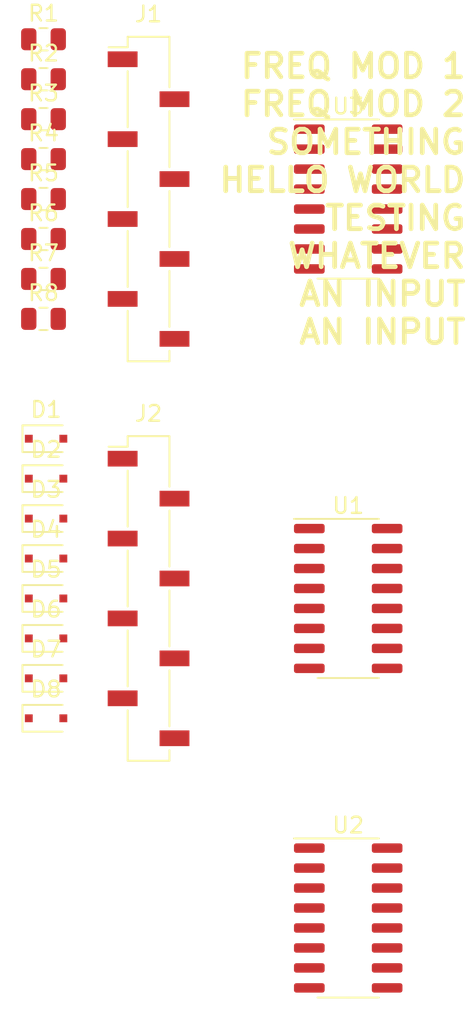
<source format=kicad_pcb>
(kicad_pcb (version 20171130) (host pcbnew "(5.1.6)-1")

  (general
    (thickness 1.6)
    (drawings 1)
    (tracks 0)
    (zones 0)
    (modules 21)
    (nets 97)
  )

  (page A4)
  (layers
    (0 F.Cu signal)
    (31 B.Cu signal)
    (32 B.Adhes user)
    (33 F.Adhes user)
    (34 B.Paste user)
    (35 F.Paste user)
    (36 B.SilkS user)
    (37 F.SilkS user)
    (38 B.Mask user)
    (39 F.Mask user)
    (40 Dwgs.User user)
    (41 Cmts.User user)
    (42 Eco1.User user)
    (43 Eco2.User user)
    (44 Edge.Cuts user)
    (45 Margin user)
    (46 B.CrtYd user)
    (47 F.CrtYd user)
    (48 B.Fab user)
    (49 F.Fab user)
  )

  (setup
    (last_trace_width 0.25)
    (trace_clearance 0.2)
    (zone_clearance 0.508)
    (zone_45_only no)
    (trace_min 0.2)
    (via_size 0.8)
    (via_drill 0.4)
    (via_min_size 0.4)
    (via_min_drill 0.3)
    (uvia_size 0.3)
    (uvia_drill 0.1)
    (uvias_allowed no)
    (uvia_min_size 0.2)
    (uvia_min_drill 0.1)
    (edge_width 0.05)
    (segment_width 0.2)
    (pcb_text_width 0.3)
    (pcb_text_size 1.5 1.5)
    (mod_edge_width 0.12)
    (mod_text_size 1 1)
    (mod_text_width 0.15)
    (pad_size 1.524 1.524)
    (pad_drill 0.762)
    (pad_to_mask_clearance 0.05)
    (aux_axis_origin 0 0)
    (visible_elements FFFFFF7F)
    (pcbplotparams
      (layerselection 0x010fc_ffffffff)
      (usegerberextensions false)
      (usegerberattributes true)
      (usegerberadvancedattributes true)
      (creategerberjobfile true)
      (excludeedgelayer true)
      (linewidth 0.100000)
      (plotframeref false)
      (viasonmask false)
      (mode 1)
      (useauxorigin false)
      (hpglpennumber 1)
      (hpglpenspeed 20)
      (hpglpendiameter 15.000000)
      (psnegative false)
      (psa4output false)
      (plotreference true)
      (plotvalue true)
      (plotinvisibletext false)
      (padsonsilk false)
      (subtractmaskfromsilk false)
      (outputformat 1)
      (mirror false)
      (drillshape 1)
      (scaleselection 1)
      (outputdirectory ""))
  )

  (net 0 "")
  (net 1 "Net-(D1-Pad2)")
  (net 2 "Net-(D1-Pad1)")
  (net 3 "Net-(D2-Pad2)")
  (net 4 "Net-(D2-Pad1)")
  (net 5 "Net-(D3-Pad2)")
  (net 6 "Net-(D3-Pad1)")
  (net 7 "Net-(D4-Pad2)")
  (net 8 "Net-(D4-Pad1)")
  (net 9 "Net-(D5-Pad2)")
  (net 10 "Net-(D5-Pad1)")
  (net 11 "Net-(D6-Pad2)")
  (net 12 "Net-(D6-Pad1)")
  (net 13 "Net-(D7-Pad2)")
  (net 14 "Net-(D7-Pad1)")
  (net 15 "Net-(D8-Pad2)")
  (net 16 "Net-(D8-Pad1)")
  (net 17 "Net-(J1-Pad8)")
  (net 18 "Net-(J1-Pad6)")
  (net 19 "Net-(J1-Pad4)")
  (net 20 "Net-(J1-Pad2)")
  (net 21 "Net-(J1-Pad7)")
  (net 22 "Net-(J1-Pad5)")
  (net 23 "Net-(J1-Pad3)")
  (net 24 "Net-(J1-Pad1)")
  (net 25 "Net-(J2-Pad8)")
  (net 26 "Net-(J2-Pad6)")
  (net 27 "Net-(J2-Pad4)")
  (net 28 "Net-(J2-Pad2)")
  (net 29 "Net-(J2-Pad7)")
  (net 30 "Net-(J2-Pad5)")
  (net 31 "Net-(J2-Pad3)")
  (net 32 "Net-(J2-Pad1)")
  (net 33 "Net-(R1-Pad2)")
  (net 34 "Net-(R1-Pad1)")
  (net 35 "Net-(R2-Pad2)")
  (net 36 "Net-(R2-Pad1)")
  (net 37 "Net-(R3-Pad2)")
  (net 38 "Net-(R3-Pad1)")
  (net 39 "Net-(R4-Pad2)")
  (net 40 "Net-(R4-Pad1)")
  (net 41 "Net-(R5-Pad2)")
  (net 42 "Net-(R5-Pad1)")
  (net 43 "Net-(R6-Pad2)")
  (net 44 "Net-(R6-Pad1)")
  (net 45 "Net-(R7-Pad2)")
  (net 46 "Net-(R7-Pad1)")
  (net 47 "Net-(R8-Pad2)")
  (net 48 "Net-(R8-Pad1)")
  (net 49 "Net-(U1-Pad16)")
  (net 50 "Net-(U1-Pad15)")
  (net 51 "Net-(U1-Pad14)")
  (net 52 "Net-(U1-Pad13)")
  (net 53 "Net-(U1-Pad12)")
  (net 54 "Net-(U1-Pad11)")
  (net 55 "Net-(U1-Pad10)")
  (net 56 "Net-(U1-Pad9)")
  (net 57 "Net-(U1-Pad8)")
  (net 58 "Net-(U1-Pad7)")
  (net 59 "Net-(U1-Pad6)")
  (net 60 "Net-(U1-Pad5)")
  (net 61 "Net-(U1-Pad4)")
  (net 62 "Net-(U1-Pad3)")
  (net 63 "Net-(U1-Pad2)")
  (net 64 "Net-(U1-Pad1)")
  (net 65 "Net-(U2-Pad16)")
  (net 66 "Net-(U2-Pad15)")
  (net 67 "Net-(U2-Pad14)")
  (net 68 "Net-(U2-Pad13)")
  (net 69 "Net-(U2-Pad12)")
  (net 70 "Net-(U2-Pad11)")
  (net 71 "Net-(U2-Pad10)")
  (net 72 "Net-(U2-Pad9)")
  (net 73 "Net-(U2-Pad8)")
  (net 74 "Net-(U2-Pad7)")
  (net 75 "Net-(U2-Pad6)")
  (net 76 "Net-(U2-Pad5)")
  (net 77 "Net-(U2-Pad4)")
  (net 78 "Net-(U2-Pad3)")
  (net 79 "Net-(U2-Pad2)")
  (net 80 "Net-(U2-Pad1)")
  (net 81 "Net-(U3-Pad16)")
  (net 82 "Net-(U3-Pad15)")
  (net 83 "Net-(U3-Pad14)")
  (net 84 "Net-(U3-Pad13)")
  (net 85 "Net-(U3-Pad12)")
  (net 86 "Net-(U3-Pad11)")
  (net 87 "Net-(U3-Pad10)")
  (net 88 "Net-(U3-Pad9)")
  (net 89 "Net-(U3-Pad8)")
  (net 90 "Net-(U3-Pad7)")
  (net 91 "Net-(U3-Pad6)")
  (net 92 "Net-(U3-Pad5)")
  (net 93 "Net-(U3-Pad4)")
  (net 94 "Net-(U3-Pad3)")
  (net 95 "Net-(U3-Pad2)")
  (net 96 "Net-(U3-Pad1)")

  (net_class Default "This is the default net class."
    (clearance 0.2)
    (trace_width 0.25)
    (via_dia 0.8)
    (via_drill 0.4)
    (uvia_dia 0.3)
    (uvia_drill 0.1)
    (add_net "Net-(D1-Pad1)")
    (add_net "Net-(D1-Pad2)")
    (add_net "Net-(D2-Pad1)")
    (add_net "Net-(D2-Pad2)")
    (add_net "Net-(D3-Pad1)")
    (add_net "Net-(D3-Pad2)")
    (add_net "Net-(D4-Pad1)")
    (add_net "Net-(D4-Pad2)")
    (add_net "Net-(D5-Pad1)")
    (add_net "Net-(D5-Pad2)")
    (add_net "Net-(D6-Pad1)")
    (add_net "Net-(D6-Pad2)")
    (add_net "Net-(D7-Pad1)")
    (add_net "Net-(D7-Pad2)")
    (add_net "Net-(D8-Pad1)")
    (add_net "Net-(D8-Pad2)")
    (add_net "Net-(J1-Pad1)")
    (add_net "Net-(J1-Pad2)")
    (add_net "Net-(J1-Pad3)")
    (add_net "Net-(J1-Pad4)")
    (add_net "Net-(J1-Pad5)")
    (add_net "Net-(J1-Pad6)")
    (add_net "Net-(J1-Pad7)")
    (add_net "Net-(J1-Pad8)")
    (add_net "Net-(J2-Pad1)")
    (add_net "Net-(J2-Pad2)")
    (add_net "Net-(J2-Pad3)")
    (add_net "Net-(J2-Pad4)")
    (add_net "Net-(J2-Pad5)")
    (add_net "Net-(J2-Pad6)")
    (add_net "Net-(J2-Pad7)")
    (add_net "Net-(J2-Pad8)")
    (add_net "Net-(R1-Pad1)")
    (add_net "Net-(R1-Pad2)")
    (add_net "Net-(R2-Pad1)")
    (add_net "Net-(R2-Pad2)")
    (add_net "Net-(R3-Pad1)")
    (add_net "Net-(R3-Pad2)")
    (add_net "Net-(R4-Pad1)")
    (add_net "Net-(R4-Pad2)")
    (add_net "Net-(R5-Pad1)")
    (add_net "Net-(R5-Pad2)")
    (add_net "Net-(R6-Pad1)")
    (add_net "Net-(R6-Pad2)")
    (add_net "Net-(R7-Pad1)")
    (add_net "Net-(R7-Pad2)")
    (add_net "Net-(R8-Pad1)")
    (add_net "Net-(R8-Pad2)")
    (add_net "Net-(U1-Pad1)")
    (add_net "Net-(U1-Pad10)")
    (add_net "Net-(U1-Pad11)")
    (add_net "Net-(U1-Pad12)")
    (add_net "Net-(U1-Pad13)")
    (add_net "Net-(U1-Pad14)")
    (add_net "Net-(U1-Pad15)")
    (add_net "Net-(U1-Pad16)")
    (add_net "Net-(U1-Pad2)")
    (add_net "Net-(U1-Pad3)")
    (add_net "Net-(U1-Pad4)")
    (add_net "Net-(U1-Pad5)")
    (add_net "Net-(U1-Pad6)")
    (add_net "Net-(U1-Pad7)")
    (add_net "Net-(U1-Pad8)")
    (add_net "Net-(U1-Pad9)")
    (add_net "Net-(U2-Pad1)")
    (add_net "Net-(U2-Pad10)")
    (add_net "Net-(U2-Pad11)")
    (add_net "Net-(U2-Pad12)")
    (add_net "Net-(U2-Pad13)")
    (add_net "Net-(U2-Pad14)")
    (add_net "Net-(U2-Pad15)")
    (add_net "Net-(U2-Pad16)")
    (add_net "Net-(U2-Pad2)")
    (add_net "Net-(U2-Pad3)")
    (add_net "Net-(U2-Pad4)")
    (add_net "Net-(U2-Pad5)")
    (add_net "Net-(U2-Pad6)")
    (add_net "Net-(U2-Pad7)")
    (add_net "Net-(U2-Pad8)")
    (add_net "Net-(U2-Pad9)")
    (add_net "Net-(U3-Pad1)")
    (add_net "Net-(U3-Pad10)")
    (add_net "Net-(U3-Pad11)")
    (add_net "Net-(U3-Pad12)")
    (add_net "Net-(U3-Pad13)")
    (add_net "Net-(U3-Pad14)")
    (add_net "Net-(U3-Pad15)")
    (add_net "Net-(U3-Pad16)")
    (add_net "Net-(U3-Pad2)")
    (add_net "Net-(U3-Pad3)")
    (add_net "Net-(U3-Pad4)")
    (add_net "Net-(U3-Pad5)")
    (add_net "Net-(U3-Pad6)")
    (add_net "Net-(U3-Pad7)")
    (add_net "Net-(U3-Pad8)")
    (add_net "Net-(U3-Pad9)")
  )

  (module Package_SO:SOIC-16_3.9x9.9mm_P1.27mm (layer F.Cu) (tedit 5D9F72B1) (tstamp 6182FFA8)
    (at 45.72 99.06)
    (descr "SOIC, 16 Pin (JEDEC MS-012AC, https://www.analog.com/media/en/package-pcb-resources/package/pkg_pdf/soic_narrow-r/r_16.pdf), generated with kicad-footprint-generator ipc_gullwing_generator.py")
    (tags "SOIC SO")
    (path /6182E9A2)
    (attr smd)
    (fp_text reference U3 (at 0 -5.9) (layer F.SilkS)
      (effects (font (size 1 1) (thickness 0.15)))
    )
    (fp_text value 74LS165 (at 0 5.9) (layer F.Fab)
      (effects (font (size 1 1) (thickness 0.15)))
    )
    (fp_text user %R (at 0 0) (layer F.Fab)
      (effects (font (size 0.98 0.98) (thickness 0.15)))
    )
    (fp_line (start 0 5.06) (end 1.95 5.06) (layer F.SilkS) (width 0.12))
    (fp_line (start 0 5.06) (end -1.95 5.06) (layer F.SilkS) (width 0.12))
    (fp_line (start 0 -5.06) (end 1.95 -5.06) (layer F.SilkS) (width 0.12))
    (fp_line (start 0 -5.06) (end -3.45 -5.06) (layer F.SilkS) (width 0.12))
    (fp_line (start -0.975 -4.95) (end 1.95 -4.95) (layer F.Fab) (width 0.1))
    (fp_line (start 1.95 -4.95) (end 1.95 4.95) (layer F.Fab) (width 0.1))
    (fp_line (start 1.95 4.95) (end -1.95 4.95) (layer F.Fab) (width 0.1))
    (fp_line (start -1.95 4.95) (end -1.95 -3.975) (layer F.Fab) (width 0.1))
    (fp_line (start -1.95 -3.975) (end -0.975 -4.95) (layer F.Fab) (width 0.1))
    (fp_line (start -3.7 -5.2) (end -3.7 5.2) (layer F.CrtYd) (width 0.05))
    (fp_line (start -3.7 5.2) (end 3.7 5.2) (layer F.CrtYd) (width 0.05))
    (fp_line (start 3.7 5.2) (end 3.7 -5.2) (layer F.CrtYd) (width 0.05))
    (fp_line (start 3.7 -5.2) (end -3.7 -5.2) (layer F.CrtYd) (width 0.05))
    (pad 16 smd roundrect (at 2.475 -4.445) (size 1.95 0.6) (layers F.Cu F.Paste F.Mask) (roundrect_rratio 0.25)
      (net 81 "Net-(U3-Pad16)"))
    (pad 15 smd roundrect (at 2.475 -3.175) (size 1.95 0.6) (layers F.Cu F.Paste F.Mask) (roundrect_rratio 0.25)
      (net 82 "Net-(U3-Pad15)"))
    (pad 14 smd roundrect (at 2.475 -1.905) (size 1.95 0.6) (layers F.Cu F.Paste F.Mask) (roundrect_rratio 0.25)
      (net 83 "Net-(U3-Pad14)"))
    (pad 13 smd roundrect (at 2.475 -0.635) (size 1.95 0.6) (layers F.Cu F.Paste F.Mask) (roundrect_rratio 0.25)
      (net 84 "Net-(U3-Pad13)"))
    (pad 12 smd roundrect (at 2.475 0.635) (size 1.95 0.6) (layers F.Cu F.Paste F.Mask) (roundrect_rratio 0.25)
      (net 85 "Net-(U3-Pad12)"))
    (pad 11 smd roundrect (at 2.475 1.905) (size 1.95 0.6) (layers F.Cu F.Paste F.Mask) (roundrect_rratio 0.25)
      (net 86 "Net-(U3-Pad11)"))
    (pad 10 smd roundrect (at 2.475 3.175) (size 1.95 0.6) (layers F.Cu F.Paste F.Mask) (roundrect_rratio 0.25)
      (net 87 "Net-(U3-Pad10)"))
    (pad 9 smd roundrect (at 2.475 4.445) (size 1.95 0.6) (layers F.Cu F.Paste F.Mask) (roundrect_rratio 0.25)
      (net 88 "Net-(U3-Pad9)"))
    (pad 8 smd roundrect (at -2.475 4.445) (size 1.95 0.6) (layers F.Cu F.Paste F.Mask) (roundrect_rratio 0.25)
      (net 89 "Net-(U3-Pad8)"))
    (pad 7 smd roundrect (at -2.475 3.175) (size 1.95 0.6) (layers F.Cu F.Paste F.Mask) (roundrect_rratio 0.25)
      (net 90 "Net-(U3-Pad7)"))
    (pad 6 smd roundrect (at -2.475 1.905) (size 1.95 0.6) (layers F.Cu F.Paste F.Mask) (roundrect_rratio 0.25)
      (net 91 "Net-(U3-Pad6)"))
    (pad 5 smd roundrect (at -2.475 0.635) (size 1.95 0.6) (layers F.Cu F.Paste F.Mask) (roundrect_rratio 0.25)
      (net 92 "Net-(U3-Pad5)"))
    (pad 4 smd roundrect (at -2.475 -0.635) (size 1.95 0.6) (layers F.Cu F.Paste F.Mask) (roundrect_rratio 0.25)
      (net 93 "Net-(U3-Pad4)"))
    (pad 3 smd roundrect (at -2.475 -1.905) (size 1.95 0.6) (layers F.Cu F.Paste F.Mask) (roundrect_rratio 0.25)
      (net 94 "Net-(U3-Pad3)"))
    (pad 2 smd roundrect (at -2.475 -3.175) (size 1.95 0.6) (layers F.Cu F.Paste F.Mask) (roundrect_rratio 0.25)
      (net 95 "Net-(U3-Pad2)"))
    (pad 1 smd roundrect (at -2.475 -4.445) (size 1.95 0.6) (layers F.Cu F.Paste F.Mask) (roundrect_rratio 0.25)
      (net 96 "Net-(U3-Pad1)"))
    (model ${KISYS3DMOD}/Package_SO.3dshapes/SOIC-16_3.9x9.9mm_P1.27mm.wrl
      (at (xyz 0 0 0))
      (scale (xyz 1 1 1))
      (rotate (xyz 0 0 0))
    )
  )

  (module Package_SO:SOIC-16_3.9x9.9mm_P1.27mm (layer F.Cu) (tedit 5D9F72B1) (tstamp 6182FF86)
    (at 45.72 144.78)
    (descr "SOIC, 16 Pin (JEDEC MS-012AC, https://www.analog.com/media/en/package-pcb-resources/package/pkg_pdf/soic_narrow-r/r_16.pdf), generated with kicad-footprint-generator ipc_gullwing_generator.py")
    (tags "SOIC SO")
    (path /61836F5D)
    (attr smd)
    (fp_text reference U2 (at 0 -5.9) (layer F.SilkS)
      (effects (font (size 1 1) (thickness 0.15)))
    )
    (fp_text value 4051 (at 0 5.9) (layer F.Fab)
      (effects (font (size 1 1) (thickness 0.15)))
    )
    (fp_text user %R (at 0 0) (layer F.Fab)
      (effects (font (size 0.98 0.98) (thickness 0.15)))
    )
    (fp_line (start 0 5.06) (end 1.95 5.06) (layer F.SilkS) (width 0.12))
    (fp_line (start 0 5.06) (end -1.95 5.06) (layer F.SilkS) (width 0.12))
    (fp_line (start 0 -5.06) (end 1.95 -5.06) (layer F.SilkS) (width 0.12))
    (fp_line (start 0 -5.06) (end -3.45 -5.06) (layer F.SilkS) (width 0.12))
    (fp_line (start -0.975 -4.95) (end 1.95 -4.95) (layer F.Fab) (width 0.1))
    (fp_line (start 1.95 -4.95) (end 1.95 4.95) (layer F.Fab) (width 0.1))
    (fp_line (start 1.95 4.95) (end -1.95 4.95) (layer F.Fab) (width 0.1))
    (fp_line (start -1.95 4.95) (end -1.95 -3.975) (layer F.Fab) (width 0.1))
    (fp_line (start -1.95 -3.975) (end -0.975 -4.95) (layer F.Fab) (width 0.1))
    (fp_line (start -3.7 -5.2) (end -3.7 5.2) (layer F.CrtYd) (width 0.05))
    (fp_line (start -3.7 5.2) (end 3.7 5.2) (layer F.CrtYd) (width 0.05))
    (fp_line (start 3.7 5.2) (end 3.7 -5.2) (layer F.CrtYd) (width 0.05))
    (fp_line (start 3.7 -5.2) (end -3.7 -5.2) (layer F.CrtYd) (width 0.05))
    (pad 16 smd roundrect (at 2.475 -4.445) (size 1.95 0.6) (layers F.Cu F.Paste F.Mask) (roundrect_rratio 0.25)
      (net 65 "Net-(U2-Pad16)"))
    (pad 15 smd roundrect (at 2.475 -3.175) (size 1.95 0.6) (layers F.Cu F.Paste F.Mask) (roundrect_rratio 0.25)
      (net 66 "Net-(U2-Pad15)"))
    (pad 14 smd roundrect (at 2.475 -1.905) (size 1.95 0.6) (layers F.Cu F.Paste F.Mask) (roundrect_rratio 0.25)
      (net 67 "Net-(U2-Pad14)"))
    (pad 13 smd roundrect (at 2.475 -0.635) (size 1.95 0.6) (layers F.Cu F.Paste F.Mask) (roundrect_rratio 0.25)
      (net 68 "Net-(U2-Pad13)"))
    (pad 12 smd roundrect (at 2.475 0.635) (size 1.95 0.6) (layers F.Cu F.Paste F.Mask) (roundrect_rratio 0.25)
      (net 69 "Net-(U2-Pad12)"))
    (pad 11 smd roundrect (at 2.475 1.905) (size 1.95 0.6) (layers F.Cu F.Paste F.Mask) (roundrect_rratio 0.25)
      (net 70 "Net-(U2-Pad11)"))
    (pad 10 smd roundrect (at 2.475 3.175) (size 1.95 0.6) (layers F.Cu F.Paste F.Mask) (roundrect_rratio 0.25)
      (net 71 "Net-(U2-Pad10)"))
    (pad 9 smd roundrect (at 2.475 4.445) (size 1.95 0.6) (layers F.Cu F.Paste F.Mask) (roundrect_rratio 0.25)
      (net 72 "Net-(U2-Pad9)"))
    (pad 8 smd roundrect (at -2.475 4.445) (size 1.95 0.6) (layers F.Cu F.Paste F.Mask) (roundrect_rratio 0.25)
      (net 73 "Net-(U2-Pad8)"))
    (pad 7 smd roundrect (at -2.475 3.175) (size 1.95 0.6) (layers F.Cu F.Paste F.Mask) (roundrect_rratio 0.25)
      (net 74 "Net-(U2-Pad7)"))
    (pad 6 smd roundrect (at -2.475 1.905) (size 1.95 0.6) (layers F.Cu F.Paste F.Mask) (roundrect_rratio 0.25)
      (net 75 "Net-(U2-Pad6)"))
    (pad 5 smd roundrect (at -2.475 0.635) (size 1.95 0.6) (layers F.Cu F.Paste F.Mask) (roundrect_rratio 0.25)
      (net 76 "Net-(U2-Pad5)"))
    (pad 4 smd roundrect (at -2.475 -0.635) (size 1.95 0.6) (layers F.Cu F.Paste F.Mask) (roundrect_rratio 0.25)
      (net 77 "Net-(U2-Pad4)"))
    (pad 3 smd roundrect (at -2.475 -1.905) (size 1.95 0.6) (layers F.Cu F.Paste F.Mask) (roundrect_rratio 0.25)
      (net 78 "Net-(U2-Pad3)"))
    (pad 2 smd roundrect (at -2.475 -3.175) (size 1.95 0.6) (layers F.Cu F.Paste F.Mask) (roundrect_rratio 0.25)
      (net 79 "Net-(U2-Pad2)"))
    (pad 1 smd roundrect (at -2.475 -4.445) (size 1.95 0.6) (layers F.Cu F.Paste F.Mask) (roundrect_rratio 0.25)
      (net 80 "Net-(U2-Pad1)"))
    (model ${KISYS3DMOD}/Package_SO.3dshapes/SOIC-16_3.9x9.9mm_P1.27mm.wrl
      (at (xyz 0 0 0))
      (scale (xyz 1 1 1))
      (rotate (xyz 0 0 0))
    )
  )

  (module Package_SO:SOIC-16_3.9x9.9mm_P1.27mm (layer F.Cu) (tedit 5D9F72B1) (tstamp 6182FF64)
    (at 45.72 124.46)
    (descr "SOIC, 16 Pin (JEDEC MS-012AC, https://www.analog.com/media/en/package-pcb-resources/package/pkg_pdf/soic_narrow-r/r_16.pdf), generated with kicad-footprint-generator ipc_gullwing_generator.py")
    (tags "SOIC SO")
    (path /6182DCE8)
    (attr smd)
    (fp_text reference U1 (at 0 -5.9) (layer F.SilkS)
      (effects (font (size 1 1) (thickness 0.15)))
    )
    (fp_text value 74HC595 (at 0 5.9) (layer F.Fab)
      (effects (font (size 1 1) (thickness 0.15)))
    )
    (fp_text user %R (at 0 0) (layer F.Fab)
      (effects (font (size 0.98 0.98) (thickness 0.15)))
    )
    (fp_line (start 0 5.06) (end 1.95 5.06) (layer F.SilkS) (width 0.12))
    (fp_line (start 0 5.06) (end -1.95 5.06) (layer F.SilkS) (width 0.12))
    (fp_line (start 0 -5.06) (end 1.95 -5.06) (layer F.SilkS) (width 0.12))
    (fp_line (start 0 -5.06) (end -3.45 -5.06) (layer F.SilkS) (width 0.12))
    (fp_line (start -0.975 -4.95) (end 1.95 -4.95) (layer F.Fab) (width 0.1))
    (fp_line (start 1.95 -4.95) (end 1.95 4.95) (layer F.Fab) (width 0.1))
    (fp_line (start 1.95 4.95) (end -1.95 4.95) (layer F.Fab) (width 0.1))
    (fp_line (start -1.95 4.95) (end -1.95 -3.975) (layer F.Fab) (width 0.1))
    (fp_line (start -1.95 -3.975) (end -0.975 -4.95) (layer F.Fab) (width 0.1))
    (fp_line (start -3.7 -5.2) (end -3.7 5.2) (layer F.CrtYd) (width 0.05))
    (fp_line (start -3.7 5.2) (end 3.7 5.2) (layer F.CrtYd) (width 0.05))
    (fp_line (start 3.7 5.2) (end 3.7 -5.2) (layer F.CrtYd) (width 0.05))
    (fp_line (start 3.7 -5.2) (end -3.7 -5.2) (layer F.CrtYd) (width 0.05))
    (pad 16 smd roundrect (at 2.475 -4.445) (size 1.95 0.6) (layers F.Cu F.Paste F.Mask) (roundrect_rratio 0.25)
      (net 49 "Net-(U1-Pad16)"))
    (pad 15 smd roundrect (at 2.475 -3.175) (size 1.95 0.6) (layers F.Cu F.Paste F.Mask) (roundrect_rratio 0.25)
      (net 50 "Net-(U1-Pad15)"))
    (pad 14 smd roundrect (at 2.475 -1.905) (size 1.95 0.6) (layers F.Cu F.Paste F.Mask) (roundrect_rratio 0.25)
      (net 51 "Net-(U1-Pad14)"))
    (pad 13 smd roundrect (at 2.475 -0.635) (size 1.95 0.6) (layers F.Cu F.Paste F.Mask) (roundrect_rratio 0.25)
      (net 52 "Net-(U1-Pad13)"))
    (pad 12 smd roundrect (at 2.475 0.635) (size 1.95 0.6) (layers F.Cu F.Paste F.Mask) (roundrect_rratio 0.25)
      (net 53 "Net-(U1-Pad12)"))
    (pad 11 smd roundrect (at 2.475 1.905) (size 1.95 0.6) (layers F.Cu F.Paste F.Mask) (roundrect_rratio 0.25)
      (net 54 "Net-(U1-Pad11)"))
    (pad 10 smd roundrect (at 2.475 3.175) (size 1.95 0.6) (layers F.Cu F.Paste F.Mask) (roundrect_rratio 0.25)
      (net 55 "Net-(U1-Pad10)"))
    (pad 9 smd roundrect (at 2.475 4.445) (size 1.95 0.6) (layers F.Cu F.Paste F.Mask) (roundrect_rratio 0.25)
      (net 56 "Net-(U1-Pad9)"))
    (pad 8 smd roundrect (at -2.475 4.445) (size 1.95 0.6) (layers F.Cu F.Paste F.Mask) (roundrect_rratio 0.25)
      (net 57 "Net-(U1-Pad8)"))
    (pad 7 smd roundrect (at -2.475 3.175) (size 1.95 0.6) (layers F.Cu F.Paste F.Mask) (roundrect_rratio 0.25)
      (net 58 "Net-(U1-Pad7)"))
    (pad 6 smd roundrect (at -2.475 1.905) (size 1.95 0.6) (layers F.Cu F.Paste F.Mask) (roundrect_rratio 0.25)
      (net 59 "Net-(U1-Pad6)"))
    (pad 5 smd roundrect (at -2.475 0.635) (size 1.95 0.6) (layers F.Cu F.Paste F.Mask) (roundrect_rratio 0.25)
      (net 60 "Net-(U1-Pad5)"))
    (pad 4 smd roundrect (at -2.475 -0.635) (size 1.95 0.6) (layers F.Cu F.Paste F.Mask) (roundrect_rratio 0.25)
      (net 61 "Net-(U1-Pad4)"))
    (pad 3 smd roundrect (at -2.475 -1.905) (size 1.95 0.6) (layers F.Cu F.Paste F.Mask) (roundrect_rratio 0.25)
      (net 62 "Net-(U1-Pad3)"))
    (pad 2 smd roundrect (at -2.475 -3.175) (size 1.95 0.6) (layers F.Cu F.Paste F.Mask) (roundrect_rratio 0.25)
      (net 63 "Net-(U1-Pad2)"))
    (pad 1 smd roundrect (at -2.475 -4.445) (size 1.95 0.6) (layers F.Cu F.Paste F.Mask) (roundrect_rratio 0.25)
      (net 64 "Net-(U1-Pad1)"))
    (model ${KISYS3DMOD}/Package_SO.3dshapes/SOIC-16_3.9x9.9mm_P1.27mm.wrl
      (at (xyz 0 0 0))
      (scale (xyz 1 1 1))
      (rotate (xyz 0 0 0))
    )
  )

  (module Resistor_SMD:R_0805_2012Metric (layer F.Cu) (tedit 5B36C52B) (tstamp 6182FF42)
    (at 26.3375 106.68)
    (descr "Resistor SMD 0805 (2012 Metric), square (rectangular) end terminal, IPC_7351 nominal, (Body size source: https://docs.google.com/spreadsheets/d/1BsfQQcO9C6DZCsRaXUlFlo91Tg2WpOkGARC1WS5S8t0/edit?usp=sharing), generated with kicad-footprint-generator")
    (tags resistor)
    (path /618352BD)
    (attr smd)
    (fp_text reference R8 (at 0 -1.65) (layer F.SilkS)
      (effects (font (size 1 1) (thickness 0.15)))
    )
    (fp_text value R (at 0 1.65) (layer F.Fab)
      (effects (font (size 1 1) (thickness 0.15)))
    )
    (fp_text user %R (at 0 0) (layer F.Fab)
      (effects (font (size 0.5 0.5) (thickness 0.08)))
    )
    (fp_line (start -1 0.6) (end -1 -0.6) (layer F.Fab) (width 0.1))
    (fp_line (start -1 -0.6) (end 1 -0.6) (layer F.Fab) (width 0.1))
    (fp_line (start 1 -0.6) (end 1 0.6) (layer F.Fab) (width 0.1))
    (fp_line (start 1 0.6) (end -1 0.6) (layer F.Fab) (width 0.1))
    (fp_line (start -0.258578 -0.71) (end 0.258578 -0.71) (layer F.SilkS) (width 0.12))
    (fp_line (start -0.258578 0.71) (end 0.258578 0.71) (layer F.SilkS) (width 0.12))
    (fp_line (start -1.68 0.95) (end -1.68 -0.95) (layer F.CrtYd) (width 0.05))
    (fp_line (start -1.68 -0.95) (end 1.68 -0.95) (layer F.CrtYd) (width 0.05))
    (fp_line (start 1.68 -0.95) (end 1.68 0.95) (layer F.CrtYd) (width 0.05))
    (fp_line (start 1.68 0.95) (end -1.68 0.95) (layer F.CrtYd) (width 0.05))
    (pad 2 smd roundrect (at 0.9375 0) (size 0.975 1.4) (layers F.Cu F.Paste F.Mask) (roundrect_rratio 0.25)
      (net 47 "Net-(R8-Pad2)"))
    (pad 1 smd roundrect (at -0.9375 0) (size 0.975 1.4) (layers F.Cu F.Paste F.Mask) (roundrect_rratio 0.25)
      (net 48 "Net-(R8-Pad1)"))
    (model ${KISYS3DMOD}/Resistor_SMD.3dshapes/R_0805_2012Metric.wrl
      (at (xyz 0 0 0))
      (scale (xyz 1 1 1))
      (rotate (xyz 0 0 0))
    )
  )

  (module Resistor_SMD:R_0805_2012Metric (layer F.Cu) (tedit 5B36C52B) (tstamp 6182FF31)
    (at 26.3375 104.14)
    (descr "Resistor SMD 0805 (2012 Metric), square (rectangular) end terminal, IPC_7351 nominal, (Body size source: https://docs.google.com/spreadsheets/d/1BsfQQcO9C6DZCsRaXUlFlo91Tg2WpOkGARC1WS5S8t0/edit?usp=sharing), generated with kicad-footprint-generator")
    (tags resistor)
    (path /61835777)
    (attr smd)
    (fp_text reference R7 (at 0 -1.65) (layer F.SilkS)
      (effects (font (size 1 1) (thickness 0.15)))
    )
    (fp_text value R (at 0 1.65) (layer F.Fab)
      (effects (font (size 1 1) (thickness 0.15)))
    )
    (fp_text user %R (at 0 0) (layer F.Fab)
      (effects (font (size 0.5 0.5) (thickness 0.08)))
    )
    (fp_line (start -1 0.6) (end -1 -0.6) (layer F.Fab) (width 0.1))
    (fp_line (start -1 -0.6) (end 1 -0.6) (layer F.Fab) (width 0.1))
    (fp_line (start 1 -0.6) (end 1 0.6) (layer F.Fab) (width 0.1))
    (fp_line (start 1 0.6) (end -1 0.6) (layer F.Fab) (width 0.1))
    (fp_line (start -0.258578 -0.71) (end 0.258578 -0.71) (layer F.SilkS) (width 0.12))
    (fp_line (start -0.258578 0.71) (end 0.258578 0.71) (layer F.SilkS) (width 0.12))
    (fp_line (start -1.68 0.95) (end -1.68 -0.95) (layer F.CrtYd) (width 0.05))
    (fp_line (start -1.68 -0.95) (end 1.68 -0.95) (layer F.CrtYd) (width 0.05))
    (fp_line (start 1.68 -0.95) (end 1.68 0.95) (layer F.CrtYd) (width 0.05))
    (fp_line (start 1.68 0.95) (end -1.68 0.95) (layer F.CrtYd) (width 0.05))
    (pad 2 smd roundrect (at 0.9375 0) (size 0.975 1.4) (layers F.Cu F.Paste F.Mask) (roundrect_rratio 0.25)
      (net 45 "Net-(R7-Pad2)"))
    (pad 1 smd roundrect (at -0.9375 0) (size 0.975 1.4) (layers F.Cu F.Paste F.Mask) (roundrect_rratio 0.25)
      (net 46 "Net-(R7-Pad1)"))
    (model ${KISYS3DMOD}/Resistor_SMD.3dshapes/R_0805_2012Metric.wrl
      (at (xyz 0 0 0))
      (scale (xyz 1 1 1))
      (rotate (xyz 0 0 0))
    )
  )

  (module Resistor_SMD:R_0805_2012Metric (layer F.Cu) (tedit 5B36C52B) (tstamp 6182FF20)
    (at 26.3375 101.6)
    (descr "Resistor SMD 0805 (2012 Metric), square (rectangular) end terminal, IPC_7351 nominal, (Body size source: https://docs.google.com/spreadsheets/d/1BsfQQcO9C6DZCsRaXUlFlo91Tg2WpOkGARC1WS5S8t0/edit?usp=sharing), generated with kicad-footprint-generator")
    (tags resistor)
    (path /618359B8)
    (attr smd)
    (fp_text reference R6 (at 0 -1.65) (layer F.SilkS)
      (effects (font (size 1 1) (thickness 0.15)))
    )
    (fp_text value R (at 0 1.65) (layer F.Fab)
      (effects (font (size 1 1) (thickness 0.15)))
    )
    (fp_text user %R (at 0 0) (layer F.Fab)
      (effects (font (size 0.5 0.5) (thickness 0.08)))
    )
    (fp_line (start -1 0.6) (end -1 -0.6) (layer F.Fab) (width 0.1))
    (fp_line (start -1 -0.6) (end 1 -0.6) (layer F.Fab) (width 0.1))
    (fp_line (start 1 -0.6) (end 1 0.6) (layer F.Fab) (width 0.1))
    (fp_line (start 1 0.6) (end -1 0.6) (layer F.Fab) (width 0.1))
    (fp_line (start -0.258578 -0.71) (end 0.258578 -0.71) (layer F.SilkS) (width 0.12))
    (fp_line (start -0.258578 0.71) (end 0.258578 0.71) (layer F.SilkS) (width 0.12))
    (fp_line (start -1.68 0.95) (end -1.68 -0.95) (layer F.CrtYd) (width 0.05))
    (fp_line (start -1.68 -0.95) (end 1.68 -0.95) (layer F.CrtYd) (width 0.05))
    (fp_line (start 1.68 -0.95) (end 1.68 0.95) (layer F.CrtYd) (width 0.05))
    (fp_line (start 1.68 0.95) (end -1.68 0.95) (layer F.CrtYd) (width 0.05))
    (pad 2 smd roundrect (at 0.9375 0) (size 0.975 1.4) (layers F.Cu F.Paste F.Mask) (roundrect_rratio 0.25)
      (net 43 "Net-(R6-Pad2)"))
    (pad 1 smd roundrect (at -0.9375 0) (size 0.975 1.4) (layers F.Cu F.Paste F.Mask) (roundrect_rratio 0.25)
      (net 44 "Net-(R6-Pad1)"))
    (model ${KISYS3DMOD}/Resistor_SMD.3dshapes/R_0805_2012Metric.wrl
      (at (xyz 0 0 0))
      (scale (xyz 1 1 1))
      (rotate (xyz 0 0 0))
    )
  )

  (module Resistor_SMD:R_0805_2012Metric (layer F.Cu) (tedit 5B36C52B) (tstamp 6182FF0F)
    (at 26.3375 99.06)
    (descr "Resistor SMD 0805 (2012 Metric), square (rectangular) end terminal, IPC_7351 nominal, (Body size source: https://docs.google.com/spreadsheets/d/1BsfQQcO9C6DZCsRaXUlFlo91Tg2WpOkGARC1WS5S8t0/edit?usp=sharing), generated with kicad-footprint-generator")
    (tags resistor)
    (path /61835B7B)
    (attr smd)
    (fp_text reference R5 (at 0 -1.65) (layer F.SilkS)
      (effects (font (size 1 1) (thickness 0.15)))
    )
    (fp_text value R (at 0 1.65) (layer F.Fab)
      (effects (font (size 1 1) (thickness 0.15)))
    )
    (fp_text user %R (at 0 0) (layer F.Fab)
      (effects (font (size 0.5 0.5) (thickness 0.08)))
    )
    (fp_line (start -1 0.6) (end -1 -0.6) (layer F.Fab) (width 0.1))
    (fp_line (start -1 -0.6) (end 1 -0.6) (layer F.Fab) (width 0.1))
    (fp_line (start 1 -0.6) (end 1 0.6) (layer F.Fab) (width 0.1))
    (fp_line (start 1 0.6) (end -1 0.6) (layer F.Fab) (width 0.1))
    (fp_line (start -0.258578 -0.71) (end 0.258578 -0.71) (layer F.SilkS) (width 0.12))
    (fp_line (start -0.258578 0.71) (end 0.258578 0.71) (layer F.SilkS) (width 0.12))
    (fp_line (start -1.68 0.95) (end -1.68 -0.95) (layer F.CrtYd) (width 0.05))
    (fp_line (start -1.68 -0.95) (end 1.68 -0.95) (layer F.CrtYd) (width 0.05))
    (fp_line (start 1.68 -0.95) (end 1.68 0.95) (layer F.CrtYd) (width 0.05))
    (fp_line (start 1.68 0.95) (end -1.68 0.95) (layer F.CrtYd) (width 0.05))
    (pad 2 smd roundrect (at 0.9375 0) (size 0.975 1.4) (layers F.Cu F.Paste F.Mask) (roundrect_rratio 0.25)
      (net 41 "Net-(R5-Pad2)"))
    (pad 1 smd roundrect (at -0.9375 0) (size 0.975 1.4) (layers F.Cu F.Paste F.Mask) (roundrect_rratio 0.25)
      (net 42 "Net-(R5-Pad1)"))
    (model ${KISYS3DMOD}/Resistor_SMD.3dshapes/R_0805_2012Metric.wrl
      (at (xyz 0 0 0))
      (scale (xyz 1 1 1))
      (rotate (xyz 0 0 0))
    )
  )

  (module Resistor_SMD:R_0805_2012Metric (layer F.Cu) (tedit 5B36C52B) (tstamp 6182FEFE)
    (at 26.3375 96.52)
    (descr "Resistor SMD 0805 (2012 Metric), square (rectangular) end terminal, IPC_7351 nominal, (Body size source: https://docs.google.com/spreadsheets/d/1BsfQQcO9C6DZCsRaXUlFlo91Tg2WpOkGARC1WS5S8t0/edit?usp=sharing), generated with kicad-footprint-generator")
    (tags resistor)
    (path /61836B79)
    (attr smd)
    (fp_text reference R4 (at 0 -1.65) (layer F.SilkS)
      (effects (font (size 1 1) (thickness 0.15)))
    )
    (fp_text value R (at 0 1.65) (layer F.Fab)
      (effects (font (size 1 1) (thickness 0.15)))
    )
    (fp_text user %R (at 0 0) (layer F.Fab)
      (effects (font (size 0.5 0.5) (thickness 0.08)))
    )
    (fp_line (start -1 0.6) (end -1 -0.6) (layer F.Fab) (width 0.1))
    (fp_line (start -1 -0.6) (end 1 -0.6) (layer F.Fab) (width 0.1))
    (fp_line (start 1 -0.6) (end 1 0.6) (layer F.Fab) (width 0.1))
    (fp_line (start 1 0.6) (end -1 0.6) (layer F.Fab) (width 0.1))
    (fp_line (start -0.258578 -0.71) (end 0.258578 -0.71) (layer F.SilkS) (width 0.12))
    (fp_line (start -0.258578 0.71) (end 0.258578 0.71) (layer F.SilkS) (width 0.12))
    (fp_line (start -1.68 0.95) (end -1.68 -0.95) (layer F.CrtYd) (width 0.05))
    (fp_line (start -1.68 -0.95) (end 1.68 -0.95) (layer F.CrtYd) (width 0.05))
    (fp_line (start 1.68 -0.95) (end 1.68 0.95) (layer F.CrtYd) (width 0.05))
    (fp_line (start 1.68 0.95) (end -1.68 0.95) (layer F.CrtYd) (width 0.05))
    (pad 2 smd roundrect (at 0.9375 0) (size 0.975 1.4) (layers F.Cu F.Paste F.Mask) (roundrect_rratio 0.25)
      (net 39 "Net-(R4-Pad2)"))
    (pad 1 smd roundrect (at -0.9375 0) (size 0.975 1.4) (layers F.Cu F.Paste F.Mask) (roundrect_rratio 0.25)
      (net 40 "Net-(R4-Pad1)"))
    (model ${KISYS3DMOD}/Resistor_SMD.3dshapes/R_0805_2012Metric.wrl
      (at (xyz 0 0 0))
      (scale (xyz 1 1 1))
      (rotate (xyz 0 0 0))
    )
  )

  (module Resistor_SMD:R_0805_2012Metric (layer F.Cu) (tedit 5B36C52B) (tstamp 6182FEED)
    (at 26.3375 93.98)
    (descr "Resistor SMD 0805 (2012 Metric), square (rectangular) end terminal, IPC_7351 nominal, (Body size source: https://docs.google.com/spreadsheets/d/1BsfQQcO9C6DZCsRaXUlFlo91Tg2WpOkGARC1WS5S8t0/edit?usp=sharing), generated with kicad-footprint-generator")
    (tags resistor)
    (path /61836B7F)
    (attr smd)
    (fp_text reference R3 (at 0 -1.65) (layer F.SilkS)
      (effects (font (size 1 1) (thickness 0.15)))
    )
    (fp_text value R (at 0 1.65) (layer F.Fab)
      (effects (font (size 1 1) (thickness 0.15)))
    )
    (fp_text user %R (at 0 0) (layer F.Fab)
      (effects (font (size 0.5 0.5) (thickness 0.08)))
    )
    (fp_line (start -1 0.6) (end -1 -0.6) (layer F.Fab) (width 0.1))
    (fp_line (start -1 -0.6) (end 1 -0.6) (layer F.Fab) (width 0.1))
    (fp_line (start 1 -0.6) (end 1 0.6) (layer F.Fab) (width 0.1))
    (fp_line (start 1 0.6) (end -1 0.6) (layer F.Fab) (width 0.1))
    (fp_line (start -0.258578 -0.71) (end 0.258578 -0.71) (layer F.SilkS) (width 0.12))
    (fp_line (start -0.258578 0.71) (end 0.258578 0.71) (layer F.SilkS) (width 0.12))
    (fp_line (start -1.68 0.95) (end -1.68 -0.95) (layer F.CrtYd) (width 0.05))
    (fp_line (start -1.68 -0.95) (end 1.68 -0.95) (layer F.CrtYd) (width 0.05))
    (fp_line (start 1.68 -0.95) (end 1.68 0.95) (layer F.CrtYd) (width 0.05))
    (fp_line (start 1.68 0.95) (end -1.68 0.95) (layer F.CrtYd) (width 0.05))
    (pad 2 smd roundrect (at 0.9375 0) (size 0.975 1.4) (layers F.Cu F.Paste F.Mask) (roundrect_rratio 0.25)
      (net 37 "Net-(R3-Pad2)"))
    (pad 1 smd roundrect (at -0.9375 0) (size 0.975 1.4) (layers F.Cu F.Paste F.Mask) (roundrect_rratio 0.25)
      (net 38 "Net-(R3-Pad1)"))
    (model ${KISYS3DMOD}/Resistor_SMD.3dshapes/R_0805_2012Metric.wrl
      (at (xyz 0 0 0))
      (scale (xyz 1 1 1))
      (rotate (xyz 0 0 0))
    )
  )

  (module Resistor_SMD:R_0805_2012Metric (layer F.Cu) (tedit 5B36C52B) (tstamp 6182FEDC)
    (at 26.3375 91.44)
    (descr "Resistor SMD 0805 (2012 Metric), square (rectangular) end terminal, IPC_7351 nominal, (Body size source: https://docs.google.com/spreadsheets/d/1BsfQQcO9C6DZCsRaXUlFlo91Tg2WpOkGARC1WS5S8t0/edit?usp=sharing), generated with kicad-footprint-generator")
    (tags resistor)
    (path /61836B85)
    (attr smd)
    (fp_text reference R2 (at 0 -1.65) (layer F.SilkS)
      (effects (font (size 1 1) (thickness 0.15)))
    )
    (fp_text value R (at 0 1.65) (layer F.Fab)
      (effects (font (size 1 1) (thickness 0.15)))
    )
    (fp_text user %R (at 0 0) (layer F.Fab)
      (effects (font (size 0.5 0.5) (thickness 0.08)))
    )
    (fp_line (start -1 0.6) (end -1 -0.6) (layer F.Fab) (width 0.1))
    (fp_line (start -1 -0.6) (end 1 -0.6) (layer F.Fab) (width 0.1))
    (fp_line (start 1 -0.6) (end 1 0.6) (layer F.Fab) (width 0.1))
    (fp_line (start 1 0.6) (end -1 0.6) (layer F.Fab) (width 0.1))
    (fp_line (start -0.258578 -0.71) (end 0.258578 -0.71) (layer F.SilkS) (width 0.12))
    (fp_line (start -0.258578 0.71) (end 0.258578 0.71) (layer F.SilkS) (width 0.12))
    (fp_line (start -1.68 0.95) (end -1.68 -0.95) (layer F.CrtYd) (width 0.05))
    (fp_line (start -1.68 -0.95) (end 1.68 -0.95) (layer F.CrtYd) (width 0.05))
    (fp_line (start 1.68 -0.95) (end 1.68 0.95) (layer F.CrtYd) (width 0.05))
    (fp_line (start 1.68 0.95) (end -1.68 0.95) (layer F.CrtYd) (width 0.05))
    (pad 2 smd roundrect (at 0.9375 0) (size 0.975 1.4) (layers F.Cu F.Paste F.Mask) (roundrect_rratio 0.25)
      (net 35 "Net-(R2-Pad2)"))
    (pad 1 smd roundrect (at -0.9375 0) (size 0.975 1.4) (layers F.Cu F.Paste F.Mask) (roundrect_rratio 0.25)
      (net 36 "Net-(R2-Pad1)"))
    (model ${KISYS3DMOD}/Resistor_SMD.3dshapes/R_0805_2012Metric.wrl
      (at (xyz 0 0 0))
      (scale (xyz 1 1 1))
      (rotate (xyz 0 0 0))
    )
  )

  (module Resistor_SMD:R_0805_2012Metric (layer F.Cu) (tedit 5B36C52B) (tstamp 6182FECB)
    (at 26.3375 88.9)
    (descr "Resistor SMD 0805 (2012 Metric), square (rectangular) end terminal, IPC_7351 nominal, (Body size source: https://docs.google.com/spreadsheets/d/1BsfQQcO9C6DZCsRaXUlFlo91Tg2WpOkGARC1WS5S8t0/edit?usp=sharing), generated with kicad-footprint-generator")
    (tags resistor)
    (path /61836B8B)
    (attr smd)
    (fp_text reference R1 (at 0 -1.65) (layer F.SilkS)
      (effects (font (size 1 1) (thickness 0.15)))
    )
    (fp_text value R (at 0 1.65) (layer F.Fab)
      (effects (font (size 1 1) (thickness 0.15)))
    )
    (fp_text user %R (at 0 0) (layer F.Fab)
      (effects (font (size 0.5 0.5) (thickness 0.08)))
    )
    (fp_line (start -1 0.6) (end -1 -0.6) (layer F.Fab) (width 0.1))
    (fp_line (start -1 -0.6) (end 1 -0.6) (layer F.Fab) (width 0.1))
    (fp_line (start 1 -0.6) (end 1 0.6) (layer F.Fab) (width 0.1))
    (fp_line (start 1 0.6) (end -1 0.6) (layer F.Fab) (width 0.1))
    (fp_line (start -0.258578 -0.71) (end 0.258578 -0.71) (layer F.SilkS) (width 0.12))
    (fp_line (start -0.258578 0.71) (end 0.258578 0.71) (layer F.SilkS) (width 0.12))
    (fp_line (start -1.68 0.95) (end -1.68 -0.95) (layer F.CrtYd) (width 0.05))
    (fp_line (start -1.68 -0.95) (end 1.68 -0.95) (layer F.CrtYd) (width 0.05))
    (fp_line (start 1.68 -0.95) (end 1.68 0.95) (layer F.CrtYd) (width 0.05))
    (fp_line (start 1.68 0.95) (end -1.68 0.95) (layer F.CrtYd) (width 0.05))
    (pad 2 smd roundrect (at 0.9375 0) (size 0.975 1.4) (layers F.Cu F.Paste F.Mask) (roundrect_rratio 0.25)
      (net 33 "Net-(R1-Pad2)"))
    (pad 1 smd roundrect (at -0.9375 0) (size 0.975 1.4) (layers F.Cu F.Paste F.Mask) (roundrect_rratio 0.25)
      (net 34 "Net-(R1-Pad1)"))
    (model ${KISYS3DMOD}/Resistor_SMD.3dshapes/R_0805_2012Metric.wrl
      (at (xyz 0 0 0))
      (scale (xyz 1 1 1))
      (rotate (xyz 0 0 0))
    )
  )

  (module Connector_PinSocket_2.54mm:PinSocket_1x08_P2.54mm_Vertical_SMD_Pin1Left (layer F.Cu) (tedit 5A19A42F) (tstamp 6182FEBA)
    (at 33.02 124.46)
    (descr "surface-mounted straight socket strip, 1x08, 2.54mm pitch, single row, style 1 (pin 1 left) (https://cdn.harwin.com/pdfs/M20-786.pdf), script generated")
    (tags "Surface mounted socket strip SMD 1x08 2.54mm single row style1 pin1 left")
    (path /6183B8E0)
    (attr smd)
    (fp_text reference J2 (at 0 -11.76) (layer F.SilkS)
      (effects (font (size 1 1) (thickness 0.15)))
    )
    (fp_text value Conn_01x08_Male (at 0 11.76) (layer F.Fab)
      (effects (font (size 1 1) (thickness 0.15)))
    )
    (fp_text user %R (at 0 0 90) (layer F.Fab)
      (effects (font (size 1 1) (thickness 0.15)))
    )
    (fp_line (start -1.33 -10.32) (end 1.33 -10.32) (layer F.SilkS) (width 0.12))
    (fp_line (start 1.33 -10.32) (end 1.33 -7.11) (layer F.SilkS) (width 0.12))
    (fp_line (start 1.33 -5.59) (end 1.33 -2.03) (layer F.SilkS) (width 0.12))
    (fp_line (start 1.33 -0.51) (end 1.33 3.05) (layer F.SilkS) (width 0.12))
    (fp_line (start 1.33 4.57) (end 1.33 8.13) (layer F.SilkS) (width 0.12))
    (fp_line (start 1.33 9.65) (end 1.33 10.32) (layer F.SilkS) (width 0.12))
    (fp_line (start -1.33 10.32) (end 1.33 10.32) (layer F.SilkS) (width 0.12))
    (fp_line (start -1.33 -10.32) (end -1.33 -9.65) (layer F.SilkS) (width 0.12))
    (fp_line (start -1.33 -8.13) (end -1.33 -4.57) (layer F.SilkS) (width 0.12))
    (fp_line (start -1.33 -3.05) (end -1.33 0.51) (layer F.SilkS) (width 0.12))
    (fp_line (start -1.33 2.03) (end -1.33 5.59) (layer F.SilkS) (width 0.12))
    (fp_line (start -1.33 7.11) (end -1.33 10.32) (layer F.SilkS) (width 0.12))
    (fp_line (start -2.54 -9.65) (end -1.33 -9.65) (layer F.SilkS) (width 0.12))
    (fp_line (start -0.635 -10.26) (end 1.27 -10.26) (layer F.Fab) (width 0.1))
    (fp_line (start 1.27 -10.26) (end 1.27 10.26) (layer F.Fab) (width 0.1))
    (fp_line (start 1.27 10.26) (end -1.27 10.26) (layer F.Fab) (width 0.1))
    (fp_line (start -1.27 10.26) (end -1.27 -9.625) (layer F.Fab) (width 0.1))
    (fp_line (start -1.27 -9.625) (end -0.635 -10.26) (layer F.Fab) (width 0.1))
    (fp_line (start -2.27 -9.19) (end -1.27 -9.19) (layer F.Fab) (width 0.1))
    (fp_line (start -1.27 -8.59) (end -2.27 -8.59) (layer F.Fab) (width 0.1))
    (fp_line (start -2.27 -8.59) (end -2.27 -9.19) (layer F.Fab) (width 0.1))
    (fp_line (start 1.27 -6.65) (end 2.27 -6.65) (layer F.Fab) (width 0.1))
    (fp_line (start 2.27 -6.65) (end 2.27 -6.05) (layer F.Fab) (width 0.1))
    (fp_line (start 2.27 -6.05) (end 1.27 -6.05) (layer F.Fab) (width 0.1))
    (fp_line (start -2.27 -4.11) (end -1.27 -4.11) (layer F.Fab) (width 0.1))
    (fp_line (start -1.27 -3.51) (end -2.27 -3.51) (layer F.Fab) (width 0.1))
    (fp_line (start -2.27 -3.51) (end -2.27 -4.11) (layer F.Fab) (width 0.1))
    (fp_line (start 1.27 -1.57) (end 2.27 -1.57) (layer F.Fab) (width 0.1))
    (fp_line (start 2.27 -1.57) (end 2.27 -0.97) (layer F.Fab) (width 0.1))
    (fp_line (start 2.27 -0.97) (end 1.27 -0.97) (layer F.Fab) (width 0.1))
    (fp_line (start -2.27 0.97) (end -1.27 0.97) (layer F.Fab) (width 0.1))
    (fp_line (start -1.27 1.57) (end -2.27 1.57) (layer F.Fab) (width 0.1))
    (fp_line (start -2.27 1.57) (end -2.27 0.97) (layer F.Fab) (width 0.1))
    (fp_line (start 1.27 3.51) (end 2.27 3.51) (layer F.Fab) (width 0.1))
    (fp_line (start 2.27 3.51) (end 2.27 4.11) (layer F.Fab) (width 0.1))
    (fp_line (start 2.27 4.11) (end 1.27 4.11) (layer F.Fab) (width 0.1))
    (fp_line (start -2.27 6.05) (end -1.27 6.05) (layer F.Fab) (width 0.1))
    (fp_line (start -1.27 6.65) (end -2.27 6.65) (layer F.Fab) (width 0.1))
    (fp_line (start -2.27 6.65) (end -2.27 6.05) (layer F.Fab) (width 0.1))
    (fp_line (start 1.27 8.59) (end 2.27 8.59) (layer F.Fab) (width 0.1))
    (fp_line (start 2.27 8.59) (end 2.27 9.19) (layer F.Fab) (width 0.1))
    (fp_line (start 2.27 9.19) (end 1.27 9.19) (layer F.Fab) (width 0.1))
    (fp_line (start -3.1 -10.8) (end 3.1 -10.8) (layer F.CrtYd) (width 0.05))
    (fp_line (start 3.1 -10.8) (end 3.1 10.75) (layer F.CrtYd) (width 0.05))
    (fp_line (start 3.1 10.75) (end -3.1 10.75) (layer F.CrtYd) (width 0.05))
    (fp_line (start -3.1 10.75) (end -3.1 -10.8) (layer F.CrtYd) (width 0.05))
    (pad 8 smd rect (at 1.65 8.89) (size 1.9 1) (layers F.Cu F.Paste F.Mask)
      (net 25 "Net-(J2-Pad8)"))
    (pad 6 smd rect (at 1.65 3.81) (size 1.9 1) (layers F.Cu F.Paste F.Mask)
      (net 26 "Net-(J2-Pad6)"))
    (pad 4 smd rect (at 1.65 -1.27) (size 1.9 1) (layers F.Cu F.Paste F.Mask)
      (net 27 "Net-(J2-Pad4)"))
    (pad 2 smd rect (at 1.65 -6.35) (size 1.9 1) (layers F.Cu F.Paste F.Mask)
      (net 28 "Net-(J2-Pad2)"))
    (pad 7 smd rect (at -1.65 6.35) (size 1.9 1) (layers F.Cu F.Paste F.Mask)
      (net 29 "Net-(J2-Pad7)"))
    (pad 5 smd rect (at -1.65 1.27) (size 1.9 1) (layers F.Cu F.Paste F.Mask)
      (net 30 "Net-(J2-Pad5)"))
    (pad 3 smd rect (at -1.65 -3.81) (size 1.9 1) (layers F.Cu F.Paste F.Mask)
      (net 31 "Net-(J2-Pad3)"))
    (pad 1 smd rect (at -1.65 -8.89) (size 1.9 1) (layers F.Cu F.Paste F.Mask)
      (net 32 "Net-(J2-Pad1)"))
    (model ${KISYS3DMOD}/Connector_PinSocket_2.54mm.3dshapes/PinSocket_1x08_P2.54mm_Vertical_SMD_Pin1Left.wrl
      (at (xyz 0 0 0))
      (scale (xyz 1 1 1))
      (rotate (xyz 0 0 0))
    )
  )

  (module Connector_PinSocket_2.54mm:PinSocket_1x08_P2.54mm_Vertical_SMD_Pin1Left (layer F.Cu) (tedit 5A19A42F) (tstamp 6182FE7F)
    (at 33.02 99.06)
    (descr "surface-mounted straight socket strip, 1x08, 2.54mm pitch, single row, style 1 (pin 1 left) (https://cdn.harwin.com/pdfs/M20-786.pdf), script generated")
    (tags "Surface mounted socket strip SMD 1x08 2.54mm single row style1 pin1 left")
    (path /6183A3B5)
    (attr smd)
    (fp_text reference J1 (at 0 -11.76) (layer F.SilkS)
      (effects (font (size 1 1) (thickness 0.15)))
    )
    (fp_text value Conn_01x08_Male (at 0 11.76) (layer F.Fab)
      (effects (font (size 1 1) (thickness 0.15)))
    )
    (fp_text user %R (at 0 0 90) (layer F.Fab)
      (effects (font (size 1 1) (thickness 0.15)))
    )
    (fp_line (start -1.33 -10.32) (end 1.33 -10.32) (layer F.SilkS) (width 0.12))
    (fp_line (start 1.33 -10.32) (end 1.33 -7.11) (layer F.SilkS) (width 0.12))
    (fp_line (start 1.33 -5.59) (end 1.33 -2.03) (layer F.SilkS) (width 0.12))
    (fp_line (start 1.33 -0.51) (end 1.33 3.05) (layer F.SilkS) (width 0.12))
    (fp_line (start 1.33 4.57) (end 1.33 8.13) (layer F.SilkS) (width 0.12))
    (fp_line (start 1.33 9.65) (end 1.33 10.32) (layer F.SilkS) (width 0.12))
    (fp_line (start -1.33 10.32) (end 1.33 10.32) (layer F.SilkS) (width 0.12))
    (fp_line (start -1.33 -10.32) (end -1.33 -9.65) (layer F.SilkS) (width 0.12))
    (fp_line (start -1.33 -8.13) (end -1.33 -4.57) (layer F.SilkS) (width 0.12))
    (fp_line (start -1.33 -3.05) (end -1.33 0.51) (layer F.SilkS) (width 0.12))
    (fp_line (start -1.33 2.03) (end -1.33 5.59) (layer F.SilkS) (width 0.12))
    (fp_line (start -1.33 7.11) (end -1.33 10.32) (layer F.SilkS) (width 0.12))
    (fp_line (start -2.54 -9.65) (end -1.33 -9.65) (layer F.SilkS) (width 0.12))
    (fp_line (start -0.635 -10.26) (end 1.27 -10.26) (layer F.Fab) (width 0.1))
    (fp_line (start 1.27 -10.26) (end 1.27 10.26) (layer F.Fab) (width 0.1))
    (fp_line (start 1.27 10.26) (end -1.27 10.26) (layer F.Fab) (width 0.1))
    (fp_line (start -1.27 10.26) (end -1.27 -9.625) (layer F.Fab) (width 0.1))
    (fp_line (start -1.27 -9.625) (end -0.635 -10.26) (layer F.Fab) (width 0.1))
    (fp_line (start -2.27 -9.19) (end -1.27 -9.19) (layer F.Fab) (width 0.1))
    (fp_line (start -1.27 -8.59) (end -2.27 -8.59) (layer F.Fab) (width 0.1))
    (fp_line (start -2.27 -8.59) (end -2.27 -9.19) (layer F.Fab) (width 0.1))
    (fp_line (start 1.27 -6.65) (end 2.27 -6.65) (layer F.Fab) (width 0.1))
    (fp_line (start 2.27 -6.65) (end 2.27 -6.05) (layer F.Fab) (width 0.1))
    (fp_line (start 2.27 -6.05) (end 1.27 -6.05) (layer F.Fab) (width 0.1))
    (fp_line (start -2.27 -4.11) (end -1.27 -4.11) (layer F.Fab) (width 0.1))
    (fp_line (start -1.27 -3.51) (end -2.27 -3.51) (layer F.Fab) (width 0.1))
    (fp_line (start -2.27 -3.51) (end -2.27 -4.11) (layer F.Fab) (width 0.1))
    (fp_line (start 1.27 -1.57) (end 2.27 -1.57) (layer F.Fab) (width 0.1))
    (fp_line (start 2.27 -1.57) (end 2.27 -0.97) (layer F.Fab) (width 0.1))
    (fp_line (start 2.27 -0.97) (end 1.27 -0.97) (layer F.Fab) (width 0.1))
    (fp_line (start -2.27 0.97) (end -1.27 0.97) (layer F.Fab) (width 0.1))
    (fp_line (start -1.27 1.57) (end -2.27 1.57) (layer F.Fab) (width 0.1))
    (fp_line (start -2.27 1.57) (end -2.27 0.97) (layer F.Fab) (width 0.1))
    (fp_line (start 1.27 3.51) (end 2.27 3.51) (layer F.Fab) (width 0.1))
    (fp_line (start 2.27 3.51) (end 2.27 4.11) (layer F.Fab) (width 0.1))
    (fp_line (start 2.27 4.11) (end 1.27 4.11) (layer F.Fab) (width 0.1))
    (fp_line (start -2.27 6.05) (end -1.27 6.05) (layer F.Fab) (width 0.1))
    (fp_line (start -1.27 6.65) (end -2.27 6.65) (layer F.Fab) (width 0.1))
    (fp_line (start -2.27 6.65) (end -2.27 6.05) (layer F.Fab) (width 0.1))
    (fp_line (start 1.27 8.59) (end 2.27 8.59) (layer F.Fab) (width 0.1))
    (fp_line (start 2.27 8.59) (end 2.27 9.19) (layer F.Fab) (width 0.1))
    (fp_line (start 2.27 9.19) (end 1.27 9.19) (layer F.Fab) (width 0.1))
    (fp_line (start -3.1 -10.8) (end 3.1 -10.8) (layer F.CrtYd) (width 0.05))
    (fp_line (start 3.1 -10.8) (end 3.1 10.75) (layer F.CrtYd) (width 0.05))
    (fp_line (start 3.1 10.75) (end -3.1 10.75) (layer F.CrtYd) (width 0.05))
    (fp_line (start -3.1 10.75) (end -3.1 -10.8) (layer F.CrtYd) (width 0.05))
    (pad 8 smd rect (at 1.65 8.89) (size 1.9 1) (layers F.Cu F.Paste F.Mask)
      (net 17 "Net-(J1-Pad8)"))
    (pad 6 smd rect (at 1.65 3.81) (size 1.9 1) (layers F.Cu F.Paste F.Mask)
      (net 18 "Net-(J1-Pad6)"))
    (pad 4 smd rect (at 1.65 -1.27) (size 1.9 1) (layers F.Cu F.Paste F.Mask)
      (net 19 "Net-(J1-Pad4)"))
    (pad 2 smd rect (at 1.65 -6.35) (size 1.9 1) (layers F.Cu F.Paste F.Mask)
      (net 20 "Net-(J1-Pad2)"))
    (pad 7 smd rect (at -1.65 6.35) (size 1.9 1) (layers F.Cu F.Paste F.Mask)
      (net 21 "Net-(J1-Pad7)"))
    (pad 5 smd rect (at -1.65 1.27) (size 1.9 1) (layers F.Cu F.Paste F.Mask)
      (net 22 "Net-(J1-Pad5)"))
    (pad 3 smd rect (at -1.65 -3.81) (size 1.9 1) (layers F.Cu F.Paste F.Mask)
      (net 23 "Net-(J1-Pad3)"))
    (pad 1 smd rect (at -1.65 -8.89) (size 1.9 1) (layers F.Cu F.Paste F.Mask)
      (net 24 "Net-(J1-Pad1)"))
    (model ${KISYS3DMOD}/Connector_PinSocket_2.54mm.3dshapes/PinSocket_1x08_P2.54mm_Vertical_SMD_Pin1Left.wrl
      (at (xyz 0 0 0))
      (scale (xyz 1 1 1))
      (rotate (xyz 0 0 0))
    )
  )

  (module Diode_SMD:D_SOD-323F (layer F.Cu) (tedit 590A48EB) (tstamp 6182FE44)
    (at 26.5 132.08)
    (descr "SOD-323F http://www.nxp.com/documents/outline_drawing/SOD323F.pdf")
    (tags SOD-323F)
    (path /61834D48)
    (attr smd)
    (fp_text reference D8 (at 0 -1.85) (layer F.SilkS)
      (effects (font (size 1 1) (thickness 0.15)))
    )
    (fp_text value 1N4148 (at 0.1 1.9) (layer F.Fab)
      (effects (font (size 1 1) (thickness 0.15)))
    )
    (fp_text user %R (at 0 -1.85) (layer F.Fab)
      (effects (font (size 1 1) (thickness 0.15)))
    )
    (fp_line (start -1.5 -0.85) (end -1.5 0.85) (layer F.SilkS) (width 0.12))
    (fp_line (start 0.2 0) (end 0.45 0) (layer F.Fab) (width 0.1))
    (fp_line (start 0.2 0.35) (end -0.3 0) (layer F.Fab) (width 0.1))
    (fp_line (start 0.2 -0.35) (end 0.2 0.35) (layer F.Fab) (width 0.1))
    (fp_line (start -0.3 0) (end 0.2 -0.35) (layer F.Fab) (width 0.1))
    (fp_line (start -0.3 0) (end -0.5 0) (layer F.Fab) (width 0.1))
    (fp_line (start -0.3 -0.35) (end -0.3 0.35) (layer F.Fab) (width 0.1))
    (fp_line (start -0.9 0.7) (end -0.9 -0.7) (layer F.Fab) (width 0.1))
    (fp_line (start 0.9 0.7) (end -0.9 0.7) (layer F.Fab) (width 0.1))
    (fp_line (start 0.9 -0.7) (end 0.9 0.7) (layer F.Fab) (width 0.1))
    (fp_line (start -0.9 -0.7) (end 0.9 -0.7) (layer F.Fab) (width 0.1))
    (fp_line (start -1.6 -0.95) (end 1.6 -0.95) (layer F.CrtYd) (width 0.05))
    (fp_line (start 1.6 -0.95) (end 1.6 0.95) (layer F.CrtYd) (width 0.05))
    (fp_line (start -1.6 0.95) (end 1.6 0.95) (layer F.CrtYd) (width 0.05))
    (fp_line (start -1.6 -0.95) (end -1.6 0.95) (layer F.CrtYd) (width 0.05))
    (fp_line (start -1.5 0.85) (end 1.05 0.85) (layer F.SilkS) (width 0.12))
    (fp_line (start -1.5 -0.85) (end 1.05 -0.85) (layer F.SilkS) (width 0.12))
    (pad 2 smd rect (at 1.1 0) (size 0.5 0.5) (layers F.Cu F.Paste F.Mask)
      (net 15 "Net-(D8-Pad2)"))
    (pad 1 smd rect (at -1.1 0) (size 0.5 0.5) (layers F.Cu F.Paste F.Mask)
      (net 16 "Net-(D8-Pad1)"))
    (model ${KISYS3DMOD}/Diode_SMD.3dshapes/D_SOD-323F.wrl
      (at (xyz 0 0 0))
      (scale (xyz 1 1 1))
      (rotate (xyz 0 0 0))
    )
  )

  (module Diode_SMD:D_SOD-323F (layer F.Cu) (tedit 590A48EB) (tstamp 6182FE2C)
    (at 26.5 129.54)
    (descr "SOD-323F http://www.nxp.com/documents/outline_drawing/SOD323F.pdf")
    (tags SOD-323F)
    (path /61834D42)
    (attr smd)
    (fp_text reference D7 (at 0 -1.85) (layer F.SilkS)
      (effects (font (size 1 1) (thickness 0.15)))
    )
    (fp_text value 1N4148 (at 0.1 1.9) (layer F.Fab)
      (effects (font (size 1 1) (thickness 0.15)))
    )
    (fp_text user %R (at 0 -1.85) (layer F.Fab)
      (effects (font (size 1 1) (thickness 0.15)))
    )
    (fp_line (start -1.5 -0.85) (end -1.5 0.85) (layer F.SilkS) (width 0.12))
    (fp_line (start 0.2 0) (end 0.45 0) (layer F.Fab) (width 0.1))
    (fp_line (start 0.2 0.35) (end -0.3 0) (layer F.Fab) (width 0.1))
    (fp_line (start 0.2 -0.35) (end 0.2 0.35) (layer F.Fab) (width 0.1))
    (fp_line (start -0.3 0) (end 0.2 -0.35) (layer F.Fab) (width 0.1))
    (fp_line (start -0.3 0) (end -0.5 0) (layer F.Fab) (width 0.1))
    (fp_line (start -0.3 -0.35) (end -0.3 0.35) (layer F.Fab) (width 0.1))
    (fp_line (start -0.9 0.7) (end -0.9 -0.7) (layer F.Fab) (width 0.1))
    (fp_line (start 0.9 0.7) (end -0.9 0.7) (layer F.Fab) (width 0.1))
    (fp_line (start 0.9 -0.7) (end 0.9 0.7) (layer F.Fab) (width 0.1))
    (fp_line (start -0.9 -0.7) (end 0.9 -0.7) (layer F.Fab) (width 0.1))
    (fp_line (start -1.6 -0.95) (end 1.6 -0.95) (layer F.CrtYd) (width 0.05))
    (fp_line (start 1.6 -0.95) (end 1.6 0.95) (layer F.CrtYd) (width 0.05))
    (fp_line (start -1.6 0.95) (end 1.6 0.95) (layer F.CrtYd) (width 0.05))
    (fp_line (start -1.6 -0.95) (end -1.6 0.95) (layer F.CrtYd) (width 0.05))
    (fp_line (start -1.5 0.85) (end 1.05 0.85) (layer F.SilkS) (width 0.12))
    (fp_line (start -1.5 -0.85) (end 1.05 -0.85) (layer F.SilkS) (width 0.12))
    (pad 2 smd rect (at 1.1 0) (size 0.5 0.5) (layers F.Cu F.Paste F.Mask)
      (net 13 "Net-(D7-Pad2)"))
    (pad 1 smd rect (at -1.1 0) (size 0.5 0.5) (layers F.Cu F.Paste F.Mask)
      (net 14 "Net-(D7-Pad1)"))
    (model ${KISYS3DMOD}/Diode_SMD.3dshapes/D_SOD-323F.wrl
      (at (xyz 0 0 0))
      (scale (xyz 1 1 1))
      (rotate (xyz 0 0 0))
    )
  )

  (module Diode_SMD:D_SOD-323F (layer F.Cu) (tedit 590A48EB) (tstamp 6182FE14)
    (at 26.5 127)
    (descr "SOD-323F http://www.nxp.com/documents/outline_drawing/SOD323F.pdf")
    (tags SOD-323F)
    (path /61834D3C)
    (attr smd)
    (fp_text reference D6 (at 0 -1.85) (layer F.SilkS)
      (effects (font (size 1 1) (thickness 0.15)))
    )
    (fp_text value 1N4148 (at 0.1 1.9) (layer F.Fab)
      (effects (font (size 1 1) (thickness 0.15)))
    )
    (fp_text user %R (at 0 -1.85) (layer F.Fab)
      (effects (font (size 1 1) (thickness 0.15)))
    )
    (fp_line (start -1.5 -0.85) (end -1.5 0.85) (layer F.SilkS) (width 0.12))
    (fp_line (start 0.2 0) (end 0.45 0) (layer F.Fab) (width 0.1))
    (fp_line (start 0.2 0.35) (end -0.3 0) (layer F.Fab) (width 0.1))
    (fp_line (start 0.2 -0.35) (end 0.2 0.35) (layer F.Fab) (width 0.1))
    (fp_line (start -0.3 0) (end 0.2 -0.35) (layer F.Fab) (width 0.1))
    (fp_line (start -0.3 0) (end -0.5 0) (layer F.Fab) (width 0.1))
    (fp_line (start -0.3 -0.35) (end -0.3 0.35) (layer F.Fab) (width 0.1))
    (fp_line (start -0.9 0.7) (end -0.9 -0.7) (layer F.Fab) (width 0.1))
    (fp_line (start 0.9 0.7) (end -0.9 0.7) (layer F.Fab) (width 0.1))
    (fp_line (start 0.9 -0.7) (end 0.9 0.7) (layer F.Fab) (width 0.1))
    (fp_line (start -0.9 -0.7) (end 0.9 -0.7) (layer F.Fab) (width 0.1))
    (fp_line (start -1.6 -0.95) (end 1.6 -0.95) (layer F.CrtYd) (width 0.05))
    (fp_line (start 1.6 -0.95) (end 1.6 0.95) (layer F.CrtYd) (width 0.05))
    (fp_line (start -1.6 0.95) (end 1.6 0.95) (layer F.CrtYd) (width 0.05))
    (fp_line (start -1.6 -0.95) (end -1.6 0.95) (layer F.CrtYd) (width 0.05))
    (fp_line (start -1.5 0.85) (end 1.05 0.85) (layer F.SilkS) (width 0.12))
    (fp_line (start -1.5 -0.85) (end 1.05 -0.85) (layer F.SilkS) (width 0.12))
    (pad 2 smd rect (at 1.1 0) (size 0.5 0.5) (layers F.Cu F.Paste F.Mask)
      (net 11 "Net-(D6-Pad2)"))
    (pad 1 smd rect (at -1.1 0) (size 0.5 0.5) (layers F.Cu F.Paste F.Mask)
      (net 12 "Net-(D6-Pad1)"))
    (model ${KISYS3DMOD}/Diode_SMD.3dshapes/D_SOD-323F.wrl
      (at (xyz 0 0 0))
      (scale (xyz 1 1 1))
      (rotate (xyz 0 0 0))
    )
  )

  (module Diode_SMD:D_SOD-323F (layer F.Cu) (tedit 590A48EB) (tstamp 6182FDFC)
    (at 26.5 124.46)
    (descr "SOD-323F http://www.nxp.com/documents/outline_drawing/SOD323F.pdf")
    (tags SOD-323F)
    (path /61834D36)
    (attr smd)
    (fp_text reference D5 (at 0 -1.85) (layer F.SilkS)
      (effects (font (size 1 1) (thickness 0.15)))
    )
    (fp_text value 1N4148 (at 0.1 1.9) (layer F.Fab)
      (effects (font (size 1 1) (thickness 0.15)))
    )
    (fp_text user %R (at 0 -1.85) (layer F.Fab)
      (effects (font (size 1 1) (thickness 0.15)))
    )
    (fp_line (start -1.5 -0.85) (end -1.5 0.85) (layer F.SilkS) (width 0.12))
    (fp_line (start 0.2 0) (end 0.45 0) (layer F.Fab) (width 0.1))
    (fp_line (start 0.2 0.35) (end -0.3 0) (layer F.Fab) (width 0.1))
    (fp_line (start 0.2 -0.35) (end 0.2 0.35) (layer F.Fab) (width 0.1))
    (fp_line (start -0.3 0) (end 0.2 -0.35) (layer F.Fab) (width 0.1))
    (fp_line (start -0.3 0) (end -0.5 0) (layer F.Fab) (width 0.1))
    (fp_line (start -0.3 -0.35) (end -0.3 0.35) (layer F.Fab) (width 0.1))
    (fp_line (start -0.9 0.7) (end -0.9 -0.7) (layer F.Fab) (width 0.1))
    (fp_line (start 0.9 0.7) (end -0.9 0.7) (layer F.Fab) (width 0.1))
    (fp_line (start 0.9 -0.7) (end 0.9 0.7) (layer F.Fab) (width 0.1))
    (fp_line (start -0.9 -0.7) (end 0.9 -0.7) (layer F.Fab) (width 0.1))
    (fp_line (start -1.6 -0.95) (end 1.6 -0.95) (layer F.CrtYd) (width 0.05))
    (fp_line (start 1.6 -0.95) (end 1.6 0.95) (layer F.CrtYd) (width 0.05))
    (fp_line (start -1.6 0.95) (end 1.6 0.95) (layer F.CrtYd) (width 0.05))
    (fp_line (start -1.6 -0.95) (end -1.6 0.95) (layer F.CrtYd) (width 0.05))
    (fp_line (start -1.5 0.85) (end 1.05 0.85) (layer F.SilkS) (width 0.12))
    (fp_line (start -1.5 -0.85) (end 1.05 -0.85) (layer F.SilkS) (width 0.12))
    (pad 2 smd rect (at 1.1 0) (size 0.5 0.5) (layers F.Cu F.Paste F.Mask)
      (net 9 "Net-(D5-Pad2)"))
    (pad 1 smd rect (at -1.1 0) (size 0.5 0.5) (layers F.Cu F.Paste F.Mask)
      (net 10 "Net-(D5-Pad1)"))
    (model ${KISYS3DMOD}/Diode_SMD.3dshapes/D_SOD-323F.wrl
      (at (xyz 0 0 0))
      (scale (xyz 1 1 1))
      (rotate (xyz 0 0 0))
    )
  )

  (module Diode_SMD:D_SOD-323F (layer F.Cu) (tedit 590A48EB) (tstamp 6182FDE4)
    (at 26.5 121.92)
    (descr "SOD-323F http://www.nxp.com/documents/outline_drawing/SOD323F.pdf")
    (tags SOD-323F)
    (path /61830E7D)
    (attr smd)
    (fp_text reference D4 (at 0 -1.85) (layer F.SilkS)
      (effects (font (size 1 1) (thickness 0.15)))
    )
    (fp_text value 1N4148 (at 0.1 1.9) (layer F.Fab)
      (effects (font (size 1 1) (thickness 0.15)))
    )
    (fp_text user %R (at 0 -1.85) (layer F.Fab)
      (effects (font (size 1 1) (thickness 0.15)))
    )
    (fp_line (start -1.5 -0.85) (end -1.5 0.85) (layer F.SilkS) (width 0.12))
    (fp_line (start 0.2 0) (end 0.45 0) (layer F.Fab) (width 0.1))
    (fp_line (start 0.2 0.35) (end -0.3 0) (layer F.Fab) (width 0.1))
    (fp_line (start 0.2 -0.35) (end 0.2 0.35) (layer F.Fab) (width 0.1))
    (fp_line (start -0.3 0) (end 0.2 -0.35) (layer F.Fab) (width 0.1))
    (fp_line (start -0.3 0) (end -0.5 0) (layer F.Fab) (width 0.1))
    (fp_line (start -0.3 -0.35) (end -0.3 0.35) (layer F.Fab) (width 0.1))
    (fp_line (start -0.9 0.7) (end -0.9 -0.7) (layer F.Fab) (width 0.1))
    (fp_line (start 0.9 0.7) (end -0.9 0.7) (layer F.Fab) (width 0.1))
    (fp_line (start 0.9 -0.7) (end 0.9 0.7) (layer F.Fab) (width 0.1))
    (fp_line (start -0.9 -0.7) (end 0.9 -0.7) (layer F.Fab) (width 0.1))
    (fp_line (start -1.6 -0.95) (end 1.6 -0.95) (layer F.CrtYd) (width 0.05))
    (fp_line (start 1.6 -0.95) (end 1.6 0.95) (layer F.CrtYd) (width 0.05))
    (fp_line (start -1.6 0.95) (end 1.6 0.95) (layer F.CrtYd) (width 0.05))
    (fp_line (start -1.6 -0.95) (end -1.6 0.95) (layer F.CrtYd) (width 0.05))
    (fp_line (start -1.5 0.85) (end 1.05 0.85) (layer F.SilkS) (width 0.12))
    (fp_line (start -1.5 -0.85) (end 1.05 -0.85) (layer F.SilkS) (width 0.12))
    (pad 2 smd rect (at 1.1 0) (size 0.5 0.5) (layers F.Cu F.Paste F.Mask)
      (net 7 "Net-(D4-Pad2)"))
    (pad 1 smd rect (at -1.1 0) (size 0.5 0.5) (layers F.Cu F.Paste F.Mask)
      (net 8 "Net-(D4-Pad1)"))
    (model ${KISYS3DMOD}/Diode_SMD.3dshapes/D_SOD-323F.wrl
      (at (xyz 0 0 0))
      (scale (xyz 1 1 1))
      (rotate (xyz 0 0 0))
    )
  )

  (module Diode_SMD:D_SOD-323F (layer F.Cu) (tedit 590A48EB) (tstamp 6182FDCC)
    (at 26.5 119.38)
    (descr "SOD-323F http://www.nxp.com/documents/outline_drawing/SOD323F.pdf")
    (tags SOD-323F)
    (path /61830657)
    (attr smd)
    (fp_text reference D3 (at 0 -1.85) (layer F.SilkS)
      (effects (font (size 1 1) (thickness 0.15)))
    )
    (fp_text value 1N4148 (at 0.1 1.9) (layer F.Fab)
      (effects (font (size 1 1) (thickness 0.15)))
    )
    (fp_text user %R (at 0 -1.85) (layer F.Fab)
      (effects (font (size 1 1) (thickness 0.15)))
    )
    (fp_line (start -1.5 -0.85) (end -1.5 0.85) (layer F.SilkS) (width 0.12))
    (fp_line (start 0.2 0) (end 0.45 0) (layer F.Fab) (width 0.1))
    (fp_line (start 0.2 0.35) (end -0.3 0) (layer F.Fab) (width 0.1))
    (fp_line (start 0.2 -0.35) (end 0.2 0.35) (layer F.Fab) (width 0.1))
    (fp_line (start -0.3 0) (end 0.2 -0.35) (layer F.Fab) (width 0.1))
    (fp_line (start -0.3 0) (end -0.5 0) (layer F.Fab) (width 0.1))
    (fp_line (start -0.3 -0.35) (end -0.3 0.35) (layer F.Fab) (width 0.1))
    (fp_line (start -0.9 0.7) (end -0.9 -0.7) (layer F.Fab) (width 0.1))
    (fp_line (start 0.9 0.7) (end -0.9 0.7) (layer F.Fab) (width 0.1))
    (fp_line (start 0.9 -0.7) (end 0.9 0.7) (layer F.Fab) (width 0.1))
    (fp_line (start -0.9 -0.7) (end 0.9 -0.7) (layer F.Fab) (width 0.1))
    (fp_line (start -1.6 -0.95) (end 1.6 -0.95) (layer F.CrtYd) (width 0.05))
    (fp_line (start 1.6 -0.95) (end 1.6 0.95) (layer F.CrtYd) (width 0.05))
    (fp_line (start -1.6 0.95) (end 1.6 0.95) (layer F.CrtYd) (width 0.05))
    (fp_line (start -1.6 -0.95) (end -1.6 0.95) (layer F.CrtYd) (width 0.05))
    (fp_line (start -1.5 0.85) (end 1.05 0.85) (layer F.SilkS) (width 0.12))
    (fp_line (start -1.5 -0.85) (end 1.05 -0.85) (layer F.SilkS) (width 0.12))
    (pad 2 smd rect (at 1.1 0) (size 0.5 0.5) (layers F.Cu F.Paste F.Mask)
      (net 5 "Net-(D3-Pad2)"))
    (pad 1 smd rect (at -1.1 0) (size 0.5 0.5) (layers F.Cu F.Paste F.Mask)
      (net 6 "Net-(D3-Pad1)"))
    (model ${KISYS3DMOD}/Diode_SMD.3dshapes/D_SOD-323F.wrl
      (at (xyz 0 0 0))
      (scale (xyz 1 1 1))
      (rotate (xyz 0 0 0))
    )
  )

  (module Diode_SMD:D_SOD-323F (layer F.Cu) (tedit 590A48EB) (tstamp 6182FDB4)
    (at 26.5 116.84)
    (descr "SOD-323F http://www.nxp.com/documents/outline_drawing/SOD323F.pdf")
    (tags SOD-323F)
    (path /6182FE79)
    (attr smd)
    (fp_text reference D2 (at 0 -1.85) (layer F.SilkS)
      (effects (font (size 1 1) (thickness 0.15)))
    )
    (fp_text value 1N4148 (at 0.1 1.9) (layer F.Fab)
      (effects (font (size 1 1) (thickness 0.15)))
    )
    (fp_text user %R (at 0 -1.85) (layer F.Fab)
      (effects (font (size 1 1) (thickness 0.15)))
    )
    (fp_line (start -1.5 -0.85) (end -1.5 0.85) (layer F.SilkS) (width 0.12))
    (fp_line (start 0.2 0) (end 0.45 0) (layer F.Fab) (width 0.1))
    (fp_line (start 0.2 0.35) (end -0.3 0) (layer F.Fab) (width 0.1))
    (fp_line (start 0.2 -0.35) (end 0.2 0.35) (layer F.Fab) (width 0.1))
    (fp_line (start -0.3 0) (end 0.2 -0.35) (layer F.Fab) (width 0.1))
    (fp_line (start -0.3 0) (end -0.5 0) (layer F.Fab) (width 0.1))
    (fp_line (start -0.3 -0.35) (end -0.3 0.35) (layer F.Fab) (width 0.1))
    (fp_line (start -0.9 0.7) (end -0.9 -0.7) (layer F.Fab) (width 0.1))
    (fp_line (start 0.9 0.7) (end -0.9 0.7) (layer F.Fab) (width 0.1))
    (fp_line (start 0.9 -0.7) (end 0.9 0.7) (layer F.Fab) (width 0.1))
    (fp_line (start -0.9 -0.7) (end 0.9 -0.7) (layer F.Fab) (width 0.1))
    (fp_line (start -1.6 -0.95) (end 1.6 -0.95) (layer F.CrtYd) (width 0.05))
    (fp_line (start 1.6 -0.95) (end 1.6 0.95) (layer F.CrtYd) (width 0.05))
    (fp_line (start -1.6 0.95) (end 1.6 0.95) (layer F.CrtYd) (width 0.05))
    (fp_line (start -1.6 -0.95) (end -1.6 0.95) (layer F.CrtYd) (width 0.05))
    (fp_line (start -1.5 0.85) (end 1.05 0.85) (layer F.SilkS) (width 0.12))
    (fp_line (start -1.5 -0.85) (end 1.05 -0.85) (layer F.SilkS) (width 0.12))
    (pad 2 smd rect (at 1.1 0) (size 0.5 0.5) (layers F.Cu F.Paste F.Mask)
      (net 3 "Net-(D2-Pad2)"))
    (pad 1 smd rect (at -1.1 0) (size 0.5 0.5) (layers F.Cu F.Paste F.Mask)
      (net 4 "Net-(D2-Pad1)"))
    (model ${KISYS3DMOD}/Diode_SMD.3dshapes/D_SOD-323F.wrl
      (at (xyz 0 0 0))
      (scale (xyz 1 1 1))
      (rotate (xyz 0 0 0))
    )
  )

  (module Diode_SMD:D_SOD-323F (layer F.Cu) (tedit 590A48EB) (tstamp 6182FD9C)
    (at 26.5 114.3)
    (descr "SOD-323F http://www.nxp.com/documents/outline_drawing/SOD323F.pdf")
    (tags SOD-323F)
    (path /6182F611)
    (attr smd)
    (fp_text reference D1 (at 0 -1.85) (layer F.SilkS)
      (effects (font (size 1 1) (thickness 0.15)))
    )
    (fp_text value 1N4148 (at 0.1 1.9) (layer F.Fab)
      (effects (font (size 1 1) (thickness 0.15)))
    )
    (fp_text user %R (at 0 -1.85) (layer F.Fab)
      (effects (font (size 1 1) (thickness 0.15)))
    )
    (fp_line (start -1.5 -0.85) (end -1.5 0.85) (layer F.SilkS) (width 0.12))
    (fp_line (start 0.2 0) (end 0.45 0) (layer F.Fab) (width 0.1))
    (fp_line (start 0.2 0.35) (end -0.3 0) (layer F.Fab) (width 0.1))
    (fp_line (start 0.2 -0.35) (end 0.2 0.35) (layer F.Fab) (width 0.1))
    (fp_line (start -0.3 0) (end 0.2 -0.35) (layer F.Fab) (width 0.1))
    (fp_line (start -0.3 0) (end -0.5 0) (layer F.Fab) (width 0.1))
    (fp_line (start -0.3 -0.35) (end -0.3 0.35) (layer F.Fab) (width 0.1))
    (fp_line (start -0.9 0.7) (end -0.9 -0.7) (layer F.Fab) (width 0.1))
    (fp_line (start 0.9 0.7) (end -0.9 0.7) (layer F.Fab) (width 0.1))
    (fp_line (start 0.9 -0.7) (end 0.9 0.7) (layer F.Fab) (width 0.1))
    (fp_line (start -0.9 -0.7) (end 0.9 -0.7) (layer F.Fab) (width 0.1))
    (fp_line (start -1.6 -0.95) (end 1.6 -0.95) (layer F.CrtYd) (width 0.05))
    (fp_line (start 1.6 -0.95) (end 1.6 0.95) (layer F.CrtYd) (width 0.05))
    (fp_line (start -1.6 0.95) (end 1.6 0.95) (layer F.CrtYd) (width 0.05))
    (fp_line (start -1.6 -0.95) (end -1.6 0.95) (layer F.CrtYd) (width 0.05))
    (fp_line (start -1.5 0.85) (end 1.05 0.85) (layer F.SilkS) (width 0.12))
    (fp_line (start -1.5 -0.85) (end 1.05 -0.85) (layer F.SilkS) (width 0.12))
    (pad 2 smd rect (at 1.1 0) (size 0.5 0.5) (layers F.Cu F.Paste F.Mask)
      (net 1 "Net-(D1-Pad2)"))
    (pad 1 smd rect (at -1.1 0) (size 0.5 0.5) (layers F.Cu F.Paste F.Mask)
      (net 2 "Net-(D1-Pad1)"))
    (model ${KISYS3DMOD}/Diode_SMD.3dshapes/D_SOD-323F.wrl
      (at (xyz 0 0 0))
      (scale (xyz 1 1 1))
      (rotate (xyz 0 0 0))
    )
  )

  (gr_text "FREQ MOD 1\nFREQ MOD 2\nSOMETHING\nHELLO WORLD\nTESTING\nWHATEVER\nAN INPUT\nAN INPUT" (at 53.34 99.06) (layer F.SilkS)
    (effects (font (size 1.5 1.5) (thickness 0.3)) (justify right))
  )

)

</source>
